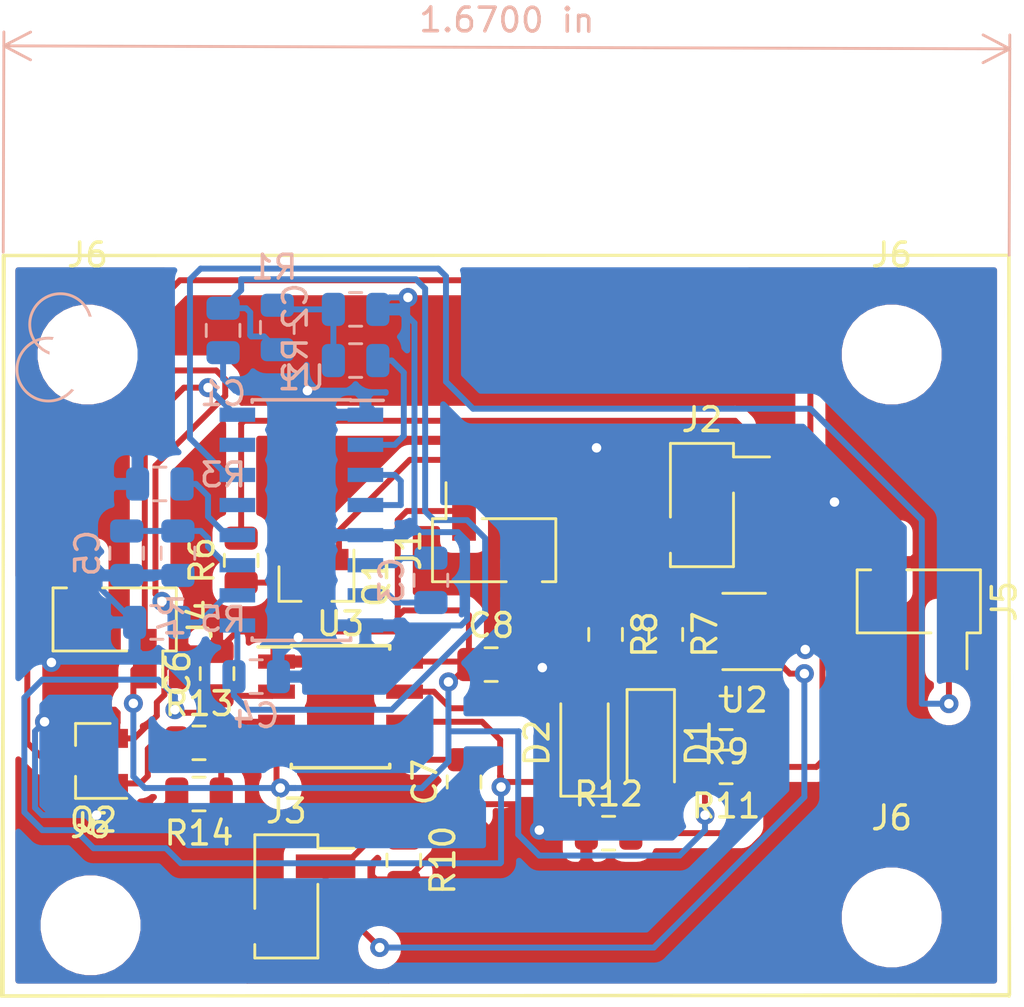
<source format=kicad_pcb>
(kicad_pcb (version 20171130) (host pcbnew "(5.1.0)-1")
  (layers (0 F.Cu signal) (31 B.Cu signal) (34 B.Paste user) (35 F.Paste user) (36 B.SilkS user) (37 F.SilkS user) (38 B.Mask user) (39 F.Mask user) (44 Edge.Cuts user))
  (net 0 "")
  (net 1 GND)
  (net 2 "Net-(C1-Pad1)")
  (net 3 "Net-(C2-Pad1)")
  (net 4 "Net-(C3-Pad2)")
  (net 5 "Net-(C3-Pad1)")
  (net 6 "Net-(C5-Pad1)")
  (net 7 "Net-(C6-Pad1)")
  (net 8 "Net-(C7-Pad2)")
  (net 9 "Net-(C8-Pad1)")
  (net 10 "Net-(D1-Pad1)")
  (net 11 "Net-(D2-Pad2)")
  (net 12 "Net-(J2-Pad1)")
  (net 13 "Net-(J3-Pad1)")
  (net 14 "Net-(J4-Pad2)")
  (net 15 "Net-(J5-Pad1)")
  (net 16 "Net-(Q1-Pad1)")
  (net 17 "Net-(Q1-Pad2)")
  (net 18 "Net-(Q2-Pad1)")
  (net 19 "Net-(R2-Pad1)")
  (net 20 "Net-(R3-Pad2)")
  (net 21 "Net-(R5-Pad2)")
  (net 22 "Net-(R11-Pad1)")
  (net 23 "Net-(R13-Pad2)")
  (net 24 "Net-(U1-Pad15)")
  (net 25 "Net-(U1-Pad13)")
  (net 26 "Net-(U1-Pad3)")
  (net 27 "Net-(J6-Pad1)")
  (module MountingHole:MountingHole_3.2mm_M3 (layer F.Cu) (at 139.827 87.249)
    (fp_text reference J6 (at 0 -4.2) (layer F.SilkS))
    (fp_text value Conn_01x01_Male)
    (pad 1 np_thru_hole circle (at 0 0) (size 3.2 3.2) (drill 3.2) (layers *.Cu *.Mask) (net 27 "Net-(J6-Pad1)"))
  )
  (module MountingHole:MountingHole_3.2mm_M3 (layer F.Cu) (at 139.827 63.5)
    (fp_text reference J6 (at 0 -4.2) (layer F.SilkS))
    (fp_text value Conn_01x01_Male)
    (pad "" np_thru_hole circle (at 0 0) (size 3.2 3.2) (drill 3.2) (layers *.Cu *.Mask))
  )
  (module MountingHole:MountingHole_3.2mm_M3 (layer F.Cu) (at 106.045 87.5792)
    (fp_text reference J6 (at 0 -4.2) (layer F.SilkS))
    (fp_text value Conn_01x01_Male)
    (pad 1 np_thru_hole circle (at 0 0) (size 3.2 3.2) (drill 3.2) (layers *.Cu *.Mask) (net 27 "Net-(J6-Pad1)"))
  )
  (module MountingHole:MountingHole_3.2mm_M3 (layer F.Cu) (at 105.918 63.5)
    (fp_text reference J6 (at 0 -4.2) (layer F.SilkS))
    (fp_text value Conn_01x01_Male)
    (pad 1 np_thru_hole circle (at 0 0) (size 3.2 3.2) (drill 3.2) (layers *.Cu *.Mask) (net 27 "Net-(J6-Pad1)"))
  )
  (module Package_TO_SOT_SMD:SOT-23 (layer F.Cu) (at 115.57 73.152 270)
    (fp_text reference Q1 (at 0 -2.5 270) (layer F.SilkS))
    (fp_text value BC327)
    (pad 3 smd rect (at 1 0 270) (size 0.9 0.8) (layers F.Cu F.Paste F.Mask) (net 9 "Net-(C8-Pad1)"))
    (pad 2 smd rect (at -1 0.95 270) (size 0.9 0.8) (layers F.Cu F.Paste F.Mask) (net 17 "Net-(Q1-Pad2)"))
    (pad 1 smd rect (at -1 -0.95 270) (size 0.9 0.8) (layers F.Cu F.Paste F.Mask) (net 16 "Net-(Q1-Pad1)"))
  )
  (module Diode_SMD:D_SOD-123 (layer F.Cu) (at 126.873 79.883 90)
    (fp_text reference D2 (at 0 -2 90) (layer F.SilkS))
    (fp_text value D)
    (pad 2 smd rect (at 1.65 0 90) (size 0.9 1.2) (layers F.Cu F.Paste F.Mask) (net 11 "Net-(D2-Pad2)"))
    (pad 1 smd rect (at -1.65 0 90) (size 0.9 1.2) (layers F.Cu F.Paste F.Mask) (net 7 "Net-(C6-Pad1)"))
  )
  (module Diode_SMD:D_SOD-123 (layer F.Cu) (at 129.667 79.883 270)
    (fp_text reference D1 (at 0 -2 270) (layer F.SilkS))
    (fp_text value D)
    (pad 2 smd rect (at 1.65 0 270) (size 0.9 1.2) (layers F.Cu F.Paste F.Mask) (net 7 "Net-(C6-Pad1)"))
    (pad 1 smd rect (at -1.65 0 270) (size 0.9 1.2) (layers F.Cu F.Paste F.Mask) (net 10 "Net-(D1-Pad1)"))
  )
  (module Package_SO:SOIC-16_3.9x9.9mm_P1.27mm (layer B.Cu) (at 114.935 70.485 180)
    (fp_text reference U1 (at 0 6 180) (layer B.SilkS) (effects (justify mirror)))
    (fp_text value 4046)
    (pad 1 smd rect (at -2.7 4.445 180) (size 1.5 0.6) (layers B.Cu B.Paste B.Mask) (net 1 GND))
    (pad 2 smd rect (at -2.7 3.175 180) (size 1.5 0.6) (layers B.Cu B.Paste B.Mask) (net 19 "Net-(R2-Pad1)"))
    (pad 3 smd rect (at -2.7 1.905 180) (size 1.5 0.6) (layers B.Cu B.Paste B.Mask) (net 26 "Net-(U1-Pad3)"))
    (pad 4 smd rect (at -2.7 0.635 180) (size 1.5 0.6) (layers B.Cu B.Paste B.Mask) (net 26 "Net-(U1-Pad3)"))
    (pad 5 smd rect (at -2.7 -0.635 180) (size 1.5 0.6) (layers B.Cu B.Paste B.Mask) (net 1 GND))
    (pad 6 smd rect (at -2.7 -1.905 180) (size 1.5 0.6) (layers B.Cu B.Paste B.Mask) (net 5 "Net-(C3-Pad1)"))
    (pad 7 smd rect (at -2.7 -3.175 180) (size 1.5 0.6) (layers B.Cu B.Paste B.Mask) (net 4 "Net-(C3-Pad2)"))
    (pad 8 smd rect (at -2.7 -4.445 180) (size 1.5 0.6) (layers B.Cu B.Paste B.Mask) (net 1 GND))
    (pad 9 smd rect (at 2.7 -4.445 180) (size 1.5 0.6) (layers B.Cu B.Paste B.Mask) (net 2 "Net-(C1-Pad1)"))
    (pad 10 smd rect (at 2.7 -3.175 180) (size 1.5 0.6) (layers B.Cu B.Paste B.Mask) (net 21 "Net-(R5-Pad2)"))
    (pad 11 smd rect (at 2.7 -1.905 180) (size 1.5 0.6) (layers B.Cu B.Paste B.Mask) (net 6 "Net-(C5-Pad1)"))
    (pad 12 smd rect (at 2.7 -0.635 180) (size 1.5 0.6) (layers B.Cu B.Paste B.Mask) (net 20 "Net-(R3-Pad2)"))
    (pad 13 smd rect (at 2.7 0.635 180) (size 1.5 0.6) (layers B.Cu B.Paste B.Mask) (net 25 "Net-(U1-Pad13)"))
    (pad 14 smd rect (at 2.7 1.905 180) (size 1.5 0.6) (layers B.Cu B.Paste B.Mask) (net 15 "Net-(J5-Pad1)"))
    (pad 15 smd rect (at 2.7 3.175 180) (size 1.5 0.6) (layers B.Cu B.Paste B.Mask) (net 24 "Net-(U1-Pad15)"))
    (pad 16 smd rect (at 2.7 4.445 180) (size 1.5 0.6) (layers B.Cu B.Paste B.Mask) (net 9 "Net-(C8-Pad1)"))
  )
  (module Connector_PinHeader_2.54mm:PinHeader_1x02_P2.54mm_Vertical_SMD_Pin1Right (layer F.Cu) (at 140.97 73.914 270)
    (fp_text reference J5 (at 0 -3.6 270) (layer F.SilkS))
    (fp_text value T)
    (pad 1 smd rect (at 1.655 -1.27 270) (size 2.51 1) (layers F.Cu F.Paste F.Mask) (net 15 "Net-(J5-Pad1)"))
    (pad 2 smd rect (at -1.655 1.27 270) (size 2.51 1) (layers F.Cu F.Paste F.Mask) (net 1 GND))
  )
  (module Connector_PinHeader_2.54mm:PinHeader_1x02_P2.54mm_Vertical_SMD_Pin1Right (layer F.Cu) (at 107.061 74.676 270)
    (fp_text reference J4 (at 0 -3.6 270) (layer F.SilkS))
    (fp_text value T)
    (pad 1 smd rect (at 1.655 -1.27 270) (size 2.51 1) (layers F.Cu F.Paste F.Mask) (net 9 "Net-(C8-Pad1)"))
    (pad 2 smd rect (at -1.655 1.27 270) (size 2.51 1) (layers F.Cu F.Paste F.Mask) (net 14 "Net-(J4-Pad2)"))
  )
  (module Connector_PinHeader_2.54mm:PinHeader_1x02_P2.54mm_Vertical_SMD_Pin1Right (layer F.Cu) (at 114.3 86.36)
    (fp_text reference J3 (at 0 -3.6) (layer F.SilkS))
    (fp_text value T)
    (pad 1 smd rect (at 1.655 -1.27) (size 2.51 1) (layers F.Cu F.Paste F.Mask) (net 13 "Net-(J3-Pad1)"))
    (pad 2 smd rect (at -1.655 1.27) (size 2.51 1) (layers F.Cu F.Paste F.Mask) (net 1 GND))
  )
  (module Connector_PinHeader_2.54mm:PinHeader_1x02_P2.54mm_Vertical_SMD_Pin1Right (layer F.Cu) (at 131.826 69.85)
    (fp_text reference J2 (at 0 -3.6) (layer F.SilkS))
    (fp_text value T)
    (pad 1 smd rect (at 1.655 -1.27) (size 2.51 1) (layers F.Cu F.Paste F.Mask) (net 12 "Net-(J2-Pad1)"))
    (pad 2 smd rect (at -1.655 1.27) (size 2.51 1) (layers F.Cu F.Paste F.Mask) (net 1 GND))
  )
  (module Connector_PinHeader_2.54mm:PinHeader_1x02_P2.54mm_Vertical_SMD_Pin1Right (layer F.Cu) (at 123.063 71.755 90)
    (fp_text reference J1 (at 0 -3.6 90) (layer F.SilkS))
    (fp_text value T)
    (pad 1 smd rect (at 1.655 -1.27 90) (size 2.51 1) (layers F.Cu F.Paste F.Mask) (net 9 "Net-(C8-Pad1)"))
    (pad 2 smd rect (at -1.655 1.27 90) (size 2.51 1) (layers F.Cu F.Paste F.Mask) (net 1 GND))
  )
  (module Package_SO:SOIC-8_3.9x4.9mm_P1.27mm (layer F.Cu) (at 116.586 78.359)
    (fp_text reference U3 (at 0 -3.5) (layer F.SilkS))
    (fp_text value NE555)
    (pad 8 smd rect (at 2.7 -1.905) (size 1.55 0.6) (layers F.Cu F.Paste F.Mask) (net 9 "Net-(C8-Pad1)"))
    (pad 7 smd rect (at 2.7 -0.635) (size 1.55 0.6) (layers F.Cu F.Paste F.Mask) (net 11 "Net-(D2-Pad2)"))
    (pad 6 smd rect (at 2.7 0.635) (size 1.55 0.6) (layers F.Cu F.Paste F.Mask) (net 7 "Net-(C6-Pad1)"))
    (pad 5 smd rect (at 2.7 1.905) (size 1.55 0.6) (layers F.Cu F.Paste F.Mask) (net 8 "Net-(C7-Pad2)"))
    (pad 4 smd rect (at -2.7 1.905) (size 1.55 0.6) (layers F.Cu F.Paste F.Mask) (net 9 "Net-(C8-Pad1)"))
    (pad 3 smd rect (at -2.7 0.635) (size 1.55 0.6) (layers F.Cu F.Paste F.Mask) (net 23 "Net-(R13-Pad2)"))
    (pad 2 smd rect (at -2.7 -0.635) (size 1.55 0.6) (layers F.Cu F.Paste F.Mask) (net 7 "Net-(C6-Pad1)"))
    (pad 1 smd rect (at -2.7 -1.905) (size 1.55 0.6) (layers F.Cu F.Paste F.Mask) (net 1 GND))
  )
  (module Package_TO_SOT_SMD:SOT-23-5 (layer F.Cu) (at 133.604 75.184 180)
    (fp_text reference U2 (at 0 -2.9 180) (layer F.SilkS))
    (fp_text value TS881xLx)
    (pad 5 smd rect (at 1.1 -0.95 180) (size 1.06 0.65) (layers F.Cu F.Paste F.Mask) (net 9 "Net-(C8-Pad1)"))
    (pad 4 smd rect (at 1.1 0.95 180) (size 1.06 0.65) (layers F.Cu F.Paste F.Mask) (net 21 "Net-(R5-Pad2)"))
    (pad 3 smd rect (at -1.1 0.95 180) (size 1.06 0.65) (layers F.Cu F.Paste F.Mask) (net 22 "Net-(R11-Pad1)"))
    (pad 2 smd rect (at -1.1 0 180) (size 1.06 0.65) (layers F.Cu F.Paste F.Mask) (net 1 GND))
    (pad 1 smd rect (at -1.1 -0.95 180) (size 1.06 0.65) (layers F.Cu F.Paste F.Mask) (net 13 "Net-(J3-Pad1)"))
  )
  (module Resistor_SMD:R_0805_2012Metric (layer F.Cu) (at 110.617 82.042 180)
    (fp_text reference R14 (at 0 -1.65 180) (layer F.SilkS))
    (fp_text value 100K)
    (pad 2 smd roundrect (at 0.9375 0 180) (size 0.975 1.4) (layers F.Cu F.Paste F.Mask) (net 1 GND))
    (pad 1 smd roundrect (at -0.9375 0 180) (size 0.975 1.4) (layers F.Cu F.Paste F.Mask) (net 23 "Net-(R13-Pad2)"))
  )
  (module Resistor_SMD:R_0805_2012Metric (layer F.Cu) (at 110.617 79.883)
    (fp_text reference R13 (at 0 -1.65) (layer F.SilkS))
    (fp_text value 20)
    (pad 2 smd roundrect (at 0.9375 0) (size 0.975 1.4) (layers F.Cu F.Paste F.Mask) (net 23 "Net-(R13-Pad2)"))
    (pad 1 smd roundrect (at -0.9375 0) (size 0.975 1.4) (layers F.Cu F.Paste F.Mask) (net 18 "Net-(Q2-Pad1)"))
  )
  (module Resistor_SMD:R_0805_2012Metric (layer F.Cu) (at 127.889 83.693)
    (fp_text reference R12 (at 0 -1.65) (layer F.SilkS))
    (fp_text value 12.3K)
    (pad 2 smd roundrect (at 0.9375 0) (size 0.975 1.4) (layers F.Cu F.Paste F.Mask) (net 22 "Net-(R11-Pad1)"))
    (pad 1 smd roundrect (at -0.9375 0) (size 0.975 1.4) (layers F.Cu F.Paste F.Mask) (net 1 GND))
  )
  (module Resistor_SMD:R_0805_2012Metric (layer F.Cu) (at 132.842 80.899 180)
    (fp_text reference R11 (at 0 -1.65 180) (layer F.SilkS))
    (fp_text value 85.3K)
    (pad 2 smd roundrect (at 0.9375 0 180) (size 0.975 1.4) (layers F.Cu F.Paste F.Mask) (net 9 "Net-(C8-Pad1)"))
    (pad 1 smd roundrect (at -0.9375 0 180) (size 0.975 1.4) (layers F.Cu F.Paste F.Mask) (net 22 "Net-(R11-Pad1)"))
  )
  (module Resistor_SMD:R_0805_2012Metric (layer F.Cu) (at 119.253 84.836 270)
    (fp_text reference R10 (at 0 -1.65 270) (layer F.SilkS))
    (fp_text value 560)
    (pad 2 smd roundrect (at 0.9375 0 270) (size 0.975 1.4) (layers F.Cu F.Paste F.Mask) (net 1 GND))
    (pad 1 smd roundrect (at -0.9375 0 270) (size 0.975 1.4) (layers F.Cu F.Paste F.Mask) (net 13 "Net-(J3-Pad1)"))
  )
  (module Resistor_SMD:R_0805_2012Metric (layer F.Cu) (at 132.842 78.613 180)
    (fp_text reference R9 (at 0 -1.65 180) (layer F.SilkS))
    (fp_text value 1.8K)
    (pad 2 smd roundrect (at 0.9375 0 180) (size 0.975 1.4) (layers F.Cu F.Paste F.Mask) (net 11 "Net-(D2-Pad2)"))
    (pad 1 smd roundrect (at -0.9375 0 180) (size 0.975 1.4) (layers F.Cu F.Paste F.Mask) (net 9 "Net-(C8-Pad1)"))
  )
  (module Resistor_SMD:R_0805_2012Metric (layer F.Cu) (at 127.762 75.311 270)
    (fp_text reference R8 (at 0 -1.65 270) (layer F.SilkS))
    (fp_text value 1K)
    (pad 2 smd roundrect (at 0.9375 0 270) (size 0.975 1.4) (layers F.Cu F.Paste F.Mask) (net 10 "Net-(D1-Pad1)"))
    (pad 1 smd roundrect (at -0.9375 0 270) (size 0.975 1.4) (layers F.Cu F.Paste F.Mask) (net 11 "Net-(D2-Pad2)"))
  )
  (module Resistor_SMD:R_0805_2012Metric (layer F.Cu) (at 130.302 75.311 270)
    (fp_text reference R7 (at 0 -1.65 270) (layer F.SilkS))
    (fp_text value 2K)
    (pad 2 smd roundrect (at 0.9375 0 270) (size 0.975 1.4) (layers F.Cu F.Paste F.Mask) (net 11 "Net-(D2-Pad2)"))
    (pad 1 smd roundrect (at -0.9375 0 270) (size 0.975 1.4) (layers F.Cu F.Paste F.Mask) (net 16 "Net-(Q1-Pad1)"))
  )
  (module Resistor_SMD:R_0805_2012Metric (layer F.Cu) (at 112.395 72.1845 90)
    (fp_text reference R6 (at 0 -1.65 90) (layer F.SilkS))
    (fp_text value R)
    (pad 2 smd roundrect (at 0.9375 0 90) (size 0.975 1.4) (layers F.Cu F.Paste F.Mask) (net 12 "Net-(J2-Pad1)"))
    (pad 1 smd roundrect (at -0.9375 0 90) (size 0.975 1.4) (layers F.Cu F.Paste F.Mask) (net 17 "Net-(Q1-Pad2)"))
  )
  (module Resistor_SMD:R_0805_2012Metric (layer B.Cu) (at 108.839 74.803)
    (fp_text reference R5 (at 2.794 -0.127) (layer B.SilkS) (effects (justify mirror)))
    (fp_text value 560)
    (pad 1 smd roundrect (at -0.9375 0) (size 0.975 1.4) (layers B.Cu B.Paste B.Mask) (net 1 GND))
    (pad 2 smd roundrect (at 0.9375 0) (size 0.975 1.4) (layers B.Cu B.Paste B.Mask) (net 21 "Net-(R5-Pad2)"))
  )
  (module Resistor_SMD:R_0805_2012Metric (layer B.Cu) (at 109.728 71.882 90)
    (fp_text reference R4 (at -2.667 -0.254 90) (layer B.SilkS) (effects (justify mirror)))
    (fp_text value 15K)
    (pad 1 smd roundrect (at -0.9375 0 90) (size 0.975 1.4) (layers B.Cu B.Paste B.Mask) (net 1 GND))
    (pad 2 smd roundrect (at 0.9375 0 90) (size 0.975 1.4) (layers B.Cu B.Paste B.Mask) (net 6 "Net-(C5-Pad1)"))
  )
  (module Resistor_SMD:R_0805_2012Metric (layer B.Cu) (at 108.966 68.961)
    (fp_text reference R3 (at 2.667 -0.381) (layer B.SilkS) (effects (justify mirror)))
    (fp_text value 15K)
    (pad 1 smd roundrect (at -0.9375 0) (size 0.975 1.4) (layers B.Cu B.Paste B.Mask) (net 1 GND))
    (pad 2 smd roundrect (at 0.9375 0) (size 0.975 1.4) (layers B.Cu B.Paste B.Mask) (net 20 "Net-(R3-Pad2)"))
  )
  (module Resistor_SMD:R_0805_2012Metric (layer B.Cu) (at 117.221 63.754 180)
    (fp_text reference R2 (at 2.54 0 90) (layer B.SilkS) (effects (justify mirror)))
    (fp_text value 1K)
    (pad 1 smd roundrect (at -0.9375 0 180) (size 0.975 1.4) (layers B.Cu B.Paste B.Mask) (net 19 "Net-(R2-Pad1)"))
    (pad 2 smd roundrect (at 0.9375 0 180) (size 0.975 1.4) (layers B.Cu B.Paste B.Mask) (net 3 "Net-(C2-Pad1)"))
  )
  (module Resistor_SMD:R_0805_2012Metric (layer B.Cu) (at 113.919 62.357 90)
    (fp_text reference R1 (at 2.54 -0.127) (layer B.SilkS) (effects (justify mirror)))
    (fp_text value 1K)
    (pad 1 smd roundrect (at -0.9375 0 90) (size 0.975 1.4) (layers B.Cu B.Paste B.Mask) (net 2 "Net-(C1-Pad1)"))
    (pad 2 smd roundrect (at 0.9375 0 90) (size 0.975 1.4) (layers B.Cu B.Paste B.Mask) (net 3 "Net-(C2-Pad1)"))
  )
  (module Package_TO_SOT_SMD:SOT-23 (layer F.Cu) (at 106.172 80.645 180)
    (fp_text reference Q2 (at 0 -2.5 180) (layer F.SilkS))
    (fp_text value 2N7002E)
    (pad 3 smd rect (at 1 0 180) (size 0.9 0.8) (layers F.Cu F.Paste F.Mask) (net 14 "Net-(J4-Pad2)"))
    (pad 2 smd rect (at -1 0.95 180) (size 0.9 0.8) (layers F.Cu F.Paste F.Mask) (net 1 GND))
    (pad 1 smd rect (at -1 -0.95 180) (size 0.9 0.8) (layers F.Cu F.Paste F.Mask) (net 18 "Net-(Q2-Pad1)"))
  )
  (module Capacitor_SMD:C_0805_2012Metric (layer F.Cu) (at 122.936 76.581)
    (fp_text reference C8 (at 0 -1.65) (layer F.SilkS))
    (fp_text value 2200uF)
    (pad 2 smd roundrect (at 0.9375 0) (size 0.975 1.4) (layers F.Cu F.Paste F.Mask) (net 1 GND))
    (pad 1 smd roundrect (at -0.9375 0) (size 0.975 1.4) (layers F.Cu F.Paste F.Mask) (net 9 "Net-(C8-Pad1)"))
  )
  (module Capacitor_SMD:C_0805_2012Metric (layer F.Cu) (at 121.793 81.534 90)
    (fp_text reference C7 (at 0 -1.65 90) (layer F.SilkS))
    (fp_text value 1nF)
    (pad 2 smd roundrect (at 0.9375 0 90) (size 0.975 1.4) (layers F.Cu F.Paste F.Mask) (net 8 "Net-(C7-Pad2)"))
    (pad 1 smd roundrect (at -0.9375 0 90) (size 0.975 1.4) (layers F.Cu F.Paste F.Mask) (net 1 GND))
  )
  (module Capacitor_SMD:C_0805_2012Metric (layer F.Cu) (at 111.379 76.962 90)
    (fp_text reference C6 (at 0 -1.65 90) (layer F.SilkS))
    (fp_text value 15nF)
    (pad 2 smd roundrect (at 0.9375 0 90) (size 0.975 1.4) (layers F.Cu F.Paste F.Mask) (net 1 GND))
    (pad 1 smd roundrect (at -0.9375 0 90) (size 0.975 1.4) (layers F.Cu F.Paste F.Mask) (net 7 "Net-(C6-Pad1)"))
  )
  (module Capacitor_SMD:C_0805_2012Metric (layer B.Cu) (at 107.569 71.882 270)
    (fp_text reference C5 (at 0 1.65 270) (layer B.SilkS) (effects (justify mirror)))
    (fp_text value 2.2nF)
    (pad 1 smd roundrect (at -0.9375 0 270) (size 0.975 1.4) (layers B.Cu B.Paste B.Mask) (net 6 "Net-(C5-Pad1)"))
    (pad 2 smd roundrect (at 0.9375 0 270) (size 0.975 1.4) (layers B.Cu B.Paste B.Mask) (net 1 GND))
  )
  (module Capacitor_SMD:C_0805_2012Metric (layer B.Cu) (at 113.03 77.089)
    (fp_text reference C4 (at 0 1.65) (layer B.SilkS) (effects (justify mirror)))
    (fp_text value 4.7nF)
    (pad 1 smd roundrect (at -0.9375 0) (size 0.975 1.4) (layers B.Cu B.Paste B.Mask) (net 2 "Net-(C1-Pad1)"))
    (pad 2 smd roundrect (at 0.9375 0) (size 0.975 1.4) (layers B.Cu B.Paste B.Mask) (net 1 GND))
  )
  (module Capacitor_SMD:C_0805_2012Metric (layer B.Cu) (at 120.396 73.025 270)
    (fp_text reference C3 (at 0 1.65 270) (layer B.SilkS) (effects (justify mirror)))
    (fp_text value 22nF)
    (pad 1 smd roundrect (at -0.9375 0 270) (size 0.975 1.4) (layers B.Cu B.Paste B.Mask) (net 5 "Net-(C3-Pad1)"))
    (pad 2 smd roundrect (at 0.9375 0 270) (size 0.975 1.4) (layers B.Cu B.Paste B.Mask) (net 4 "Net-(C3-Pad2)"))
  )
  (module Capacitor_SMD:C_0805_2012Metric (layer B.Cu) (at 117.221 61.595)
    (fp_text reference C2 (at -2.54 -0.127 -90) (layer B.SilkS) (effects (justify mirror)))
    (fp_text value 10nF)
    (pad 1 smd roundrect (at -0.9375 0) (size 0.975 1.4) (layers B.Cu B.Paste B.Mask) (net 3 "Net-(C2-Pad1)"))
    (pad 2 smd roundrect (at 0.9375 0) (size 0.975 1.4) (layers B.Cu B.Paste B.Mask) (net 1 GND))
  )
  (module Capacitor_SMD:C_0805_2012Metric (layer B.Cu) (at 111.633 62.484 270)
    (fp_text reference C1 (at 2.667 0 180) (layer B.SilkS) (effects (justify mirror)))
    (fp_text value 100nF)
    (pad 1 smd roundrect (at -0.9375 0 270) (size 0.975 1.4) (layers B.Cu B.Paste B.Mask) (net 2 "Net-(C1-Pad1)"))
    (pad 2 smd roundrect (at 0.9375 0 270) (size 0.975 1.4) (layers B.Cu B.Paste B.Mask) (net 1 GND))
  )
  (gr_line (start 102.362 90.551) (end 102.362 59.309) (layer Edge.Cuts) (width 0.005))
  (gr_line (start 144.78 90.551) (end 102.362 90.551) (layer Edge.Cuts) (width 0.005))
  (gr_line (start 144.78 59.309) (end 144.78 90.551) (layer Edge.Cuts) (width 0.005))
  (gr_line (start 102.362 59.309) (end 144.78 59.309) (layer Edge.Cuts) (width 0.005))
  (gr_line (start 102.362 90.551) (end 102.362 59.309) (layer F.SilkS) (width 0.12))
  (gr_line (start 144.78 90.551) (end 102.362 90.551) (layer F.SilkS) (width 0.12))
  (gr_line (start 144.78 59.309) (end 144.78 90.551) (layer F.SilkS) (width 0.12))
  (gr_line (start 102.4128 59.3344) (end 102.362 59.309) (layer F.SilkS) (width 0.12))
  (gr_line (start 102.2858 90.5764) (end 102.4128 59.3344) (layer F.SilkS) (width 0.12))
  (gr_line (start 144.8054 90.5002) (end 102.2858 90.5764) (layer F.SilkS) (width 0.12))
  (gr_line (start 144.7546 59.3344) (end 144.8054 90.5002) (layer F.SilkS) (width 0.12))
  (gr_line (start 144.7546 59.309) (end 144.7546 59.3344) (layer F.SilkS) (width 0.12))
  (gr_line (start 102.3874 59.309) (end 144.7546 59.309) (layer F.SilkS) (width 0.12))
  (gr_line (start 102.3874 59.3344) (end 102.3874 59.309) (layer F.SilkS) (width 0.12))
  (gr_line (start 102.362 90.551) (end 102.362 59.309) (layer F.SilkS) (width 0.12))
  (gr_line (start 144.78 90.551) (end 102.362 90.551) (layer F.SilkS) (width 0.12))
  (gr_line (start 144.78 90.5764) (end 144.78 90.551) (layer F.SilkS) (width 0.12))
  (gr_line (start 144.78 59.309) (end 144.78 90.5764) (layer F.SilkS) (width 0.12))
  (gr_line (start 102.3874 59.3344) (end 144.78 59.309) (layer F.SilkS) (width 0.12))
  (gr_circle (center 105.156 62.738) (end 105.283 63.119) (layer B.SilkS) (width 0.12))
  (gr_circle (center 104.267 64.135) (end 104.648 62.865) (layer B.SilkS) (width 0.12))
  (gr_circle (center 104.775 62.23) (end 106.045 62.484) (layer B.SilkS) (width 0.12))
  (dimension 42.41819 (width 0.12) (layer B.SilkS) (gr_text "42.418 mm" (at 123.600863 49.271141 359.8284563) (layer B.SilkS) (effects (font (size 1 1) (thickness 0.15)))) (feature1 (pts (xy 144.78 59.309) (xy 144.807817 50.018217))) (feature2 (pts (xy 102.362 59.182) (xy 102.389817 49.891217))) (crossbar (pts (xy 102.388061 50.477635) (xy 144.806061 50.604635))) (arrow1a (pts (xy 144.806061 50.604635) (xy 143.677807 51.18768))) (arrow1b (pts (xy 144.806061 50.604635) (xy 143.681318 50.014844))) (arrow2a (pts (xy 102.388061 50.477635) (xy 103.512804 51.067426))) (arrow2b (pts (xy 102.388061 50.477635) (xy 103.516315 49.89459))))
  (segment (start 109.6495 72.898) (end 109.728 72.8195) (width 0.25) (layer B.Cu) (net 1))
  (segment (start 112.645 89.912) (end 112.645 87.63) (width 0.25) (layer F.Cu) (net 1))
  (segment (start 112.649 89.916) (end 112.645 89.912) (width 0.25) (layer F.Cu) (net 1))
  (segment (start 118.618 89.916) (end 112.649 89.916) (width 0.25) (layer F.Cu) (net 1))
  (segment (start 119.253 85.7735) (end 119.253 89.281) (width 0.25) (layer F.Cu) (net 1))
  (segment (start 119.253 89.281) (end 118.618 89.916) (width 0.25) (layer F.Cu) (net 1))
  (segment (start 111.89 87.63) (end 112.645 87.63) (width 0.25) (layer F.Cu) (net 1))
  (segment (start 110.49 86.23) (end 111.89 87.63) (width 0.25) (layer F.Cu) (net 1))
  (segment (start 110.49 83.693) (end 110.49 86.23) (width 0.25) (layer F.Cu) (net 1))
  (segment (start 109.6795 82.8825) (end 110.49 83.693) (width 0.25) (layer F.Cu) (net 1))
  (segment (start 109.6795 82.042) (end 109.6795 82.8825) (width 0.25) (layer F.Cu) (net 1))
  (segment (start 111.379 76.0245) (end 112.2195 75.184) (width 0.25) (layer F.Cu) (net 1))
  (segment (start 112.2195 75.184) (end 113.411 75.184) (width 0.25) (layer F.Cu) (net 1))
  (segment (start 113.886 75.659) (end 113.886 76.454) (width 0.25) (layer F.Cu) (net 1))
  (segment (start 117.9045 65.7705) (end 117.635 66.04) (width 0.25) (layer B.Cu) (net 1))
  (segment (start 118.635 71.12) (end 118.762 70.993) (width 0.25) (layer B.Cu) (net 1))
  (segment (start 121.539 70.993) (end 121.92 71.374) (width 0.25) (layer B.Cu) (net 1))
  (segment (start 121.92 71.374) (end 121.92 74.676) (width 0.25) (layer B.Cu) (net 1))
  (segment (start 121.666 74.93) (end 117.635 74.93) (width 0.25) (layer B.Cu) (net 1))
  (segment (start 117.635 71.12) (end 118.635 71.12) (width 0.25) (layer B.Cu) (net 1))
  (segment (start 121.92 74.676) (end 121.666 74.93) (width 0.25) (layer B.Cu) (net 1))
  (segment (start 109.728 72.8195) (end 107.569 72.8195) (width 0.25) (layer B.Cu) (net 1))
  (segment (start 107.569 72.8195) (end 106.6315 72.8195) (width 0.25) (layer B.Cu) (net 1))
  (segment (start 106.6315 72.8195) (end 106.426 73.025) (width 0.25) (layer B.Cu) (net 1))
  (segment (start 106.426 73.3275) (end 107.9015 74.803) (width 0.25) (layer B.Cu) (net 1))
  (segment (start 106.426 73.025) (end 106.426 73.3275) (width 0.25) (layer B.Cu) (net 1))
  (segment (start 106.6315 72.7225) (end 106.6315 72.8195) (width 0.25) (layer B.Cu) (net 1))
  (segment (start 106.172 72.263) (end 106.6315 72.7225) (width 0.25) (layer B.Cu) (net 1))
  (segment (start 106.172 69.469) (end 106.172 72.263) (width 0.25) (layer B.Cu) (net 1))
  (segment (start 108.0285 68.961) (end 106.68 68.961) (width 0.25) (layer B.Cu) (net 1))
  (segment (start 106.68 68.961) (end 106.172 69.469) (width 0.25) (layer B.Cu) (net 1))
  (segment (start 117.635 75.48) (end 117.983 75.828) (width 0.25) (layer B.Cu) (net 1))
  (segment (start 117.635 74.93) (end 117.635 75.48) (width 0.25) (layer B.Cu) (net 1))
  (segment (start 117.983 75.828) (end 117.983 76.835) (width 0.25) (layer B.Cu) (net 1))
  (segment (start 117.983 76.835) (end 117.729 77.089) (width 0.25) (layer B.Cu) (net 1))
  (segment (start 120.777 70.993) (end 121.539 70.993) (width 0.25) (layer B.Cu) (net 1))
  (segment (start 119.70301 70.92399) (end 119.634 70.993) (width 0.25) (layer B.Cu) (net 1))
  (segment (start 119.70301 62.17201) (end 119.70301 70.92399) (width 0.25) (layer B.Cu) (net 1))
  (segment (start 119.126 61.595) (end 119.70301 62.17201) (width 0.25) (layer B.Cu) (net 1))
  (segment (start 118.1585 61.595) (end 119.126 61.595) (width 0.25) (layer B.Cu) (net 1))
  (segment (start 118.762 70.993) (end 119.634 70.993) (width 0.25) (layer B.Cu) (net 1))
  (segment (start 119.634 70.993) (end 120.777 70.993) (width 0.25) (layer B.Cu) (net 1))
  (segment (start 117.635 65.49) (end 117.169 65.024) (width 0.25) (layer B.Cu) (net 1))
  (segment (start 117.635 66.04) (end 117.635 65.49) (width 0.25) (layer B.Cu) (net 1))
  (via (at 115.189 65.024) (size 0.8) (drill 0.4) (layers F.Cu B.Cu) (net 1))
  (segment (start 117.169 65.024) (end 115.189 65.024) (width 0.25) (layer B.Cu) (net 1))
  (segment (start 115.189 64.458315) (end 115.893315 63.754) (width 0.25) (layer F.Cu) (net 1))
  (segment (start 115.189 65.024) (end 115.189 64.458315) (width 0.25) (layer F.Cu) (net 1))
  (segment (start 115.893315 63.754) (end 118.999 63.754) (width 0.25) (layer F.Cu) (net 1))
  (segment (start 118.999 63.754) (end 119.507 63.246) (width 0.25) (layer F.Cu) (net 1))
  (via (at 119.42802 61.091653) (size 0.8) (drill 0.4) (layers F.Cu B.Cu) (net 1))
  (segment (start 119.507 63.246) (end 119.507 61.170633) (width 0.25) (layer F.Cu) (net 1))
  (segment (start 119.507 61.170633) (end 119.42802 61.091653) (width 0.25) (layer F.Cu) (net 1))
  (segment (start 118.661847 61.091653) (end 118.1585 61.595) (width 0.25) (layer B.Cu) (net 1))
  (segment (start 119.42802 61.091653) (end 118.661847 61.091653) (width 0.25) (layer B.Cu) (net 1))
  (segment (start 107.172 79.045) (end 107.188 79.029) (width 0.25) (layer F.Cu) (net 1))
  (segment (start 107.172 79.695) (end 107.172 79.045) (width 0.25) (layer F.Cu) (net 1))
  (segment (start 107.188 79.029) (end 107.188 78.613) (width 0.25) (layer F.Cu) (net 1))
  (segment (start 107.188 78.613) (end 107.061 78.486) (width 0.25) (layer F.Cu) (net 1))
  (via (at 104.103 78.994) (size 0.8) (drill 0.4) (layers F.Cu B.Cu) (net 1))
  (segment (start 104.394 78.486) (end 104.103 78.777) (width 0.25) (layer F.Cu) (net 1))
  (segment (start 104.103 78.777) (end 104.103 78.994) (width 0.25) (layer F.Cu) (net 1))
  (segment (start 103.703001 79.393999) (end 103.703001 82.621001) (width 0.25) (layer B.Cu) (net 1))
  (segment (start 104.103 78.994) (end 103.703001 79.393999) (width 0.25) (layer B.Cu) (net 1))
  (via (at 106.299 82.931) (size 0.8) (drill 0.4) (layers F.Cu B.Cu) (net 1))
  (segment (start 103.703001 82.621001) (end 104.013 82.931) (width 0.25) (layer B.Cu) (net 1))
  (segment (start 104.013 82.931) (end 106.299 82.931) (width 0.25) (layer B.Cu) (net 1))
  (segment (start 108.7905 82.931) (end 109.6795 82.042) (width 0.25) (layer F.Cu) (net 1))
  (segment (start 106.299 82.931) (end 108.7905 82.931) (width 0.25) (layer F.Cu) (net 1))
  (segment (start 121.793 83.2335) (end 119.253 85.7735) (width 0.25) (layer F.Cu) (net 1))
  (segment (start 121.793 82.4715) (end 121.793 83.2335) (width 0.25) (layer F.Cu) (net 1))
  (segment (start 125.73 82.4715) (end 126.9515 83.693) (width 0.25) (layer F.Cu) (net 1))
  (segment (start 121.793 82.4715) (end 125.73 82.4715) (width 0.25) (layer F.Cu) (net 1))
  (segment (start 123.8735 76.581) (end 124.968 76.581) (width 0.25) (layer F.Cu) (net 1))
  (via (at 125.095 76.708) (size 0.8) (drill 0.4) (layers F.Cu B.Cu) (net 1))
  (segment (start 124.968 76.581) (end 125.095 76.708) (width 0.25) (layer F.Cu) (net 1))
  (via (at 124.968 83.566) (size 0.8) (drill 0.4) (layers F.Cu B.Cu) (net 1))
  (segment (start 125.095 83.312) (end 124.968 83.439) (width 0.25) (layer B.Cu) (net 1))
  (segment (start 124.968 83.439) (end 124.968 83.566) (width 0.25) (layer B.Cu) (net 1))
  (segment (start 122.8875 83.566) (end 121.793 82.4715) (width 0.25) (layer F.Cu) (net 1))
  (segment (start 124.968 83.566) (end 122.8875 83.566) (width 0.25) (layer F.Cu) (net 1))
  (segment (start 123.8735 76.581) (end 122.809 75.5165) (width 0.25) (layer F.Cu) (net 1))
  (segment (start 122.809 75.5165) (end 122.809 74.041) (width 0.25) (layer F.Cu) (net 1))
  (segment (start 123.44 73.41) (end 124.333 73.41) (width 0.25) (layer F.Cu) (net 1))
  (segment (start 122.809 74.041) (end 123.44 73.41) (width 0.25) (layer F.Cu) (net 1))
  (segment (start 139.7 70.754) (end 138.669 69.723) (width 0.25) (layer F.Cu) (net 1))
  (segment (start 139.7 72.259) (end 139.7 70.754) (width 0.25) (layer F.Cu) (net 1))
  (via (at 137.414 69.723) (size 0.8) (drill 0.4) (layers F.Cu B.Cu) (net 1))
  (segment (start 138.669 69.723) (end 137.414 69.723) (width 0.25) (layer F.Cu) (net 1))
  (via (at 136.181 75.946) (size 0.8) (drill 0.4) (layers F.Cu B.Cu) (net 1))
  (segment (start 137.414 74.713) (end 136.181 75.946) (width 0.25) (layer B.Cu) (net 1))
  (segment (start 135.419 75.184) (end 134.704 75.184) (width 0.25) (layer F.Cu) (net 1))
  (segment (start 136.181 75.946) (end 135.419 75.184) (width 0.25) (layer F.Cu) (net 1))
  (segment (start 125.095 77.597) (end 125.603 77.597) (width 0.25) (layer B.Cu) (net 1))
  (segment (start 125.095 77.597) (end 125.095 83.312) (width 0.25) (layer B.Cu) (net 1))
  (segment (start 125.095 76.708) (end 125.095 77.597) (width 0.25) (layer B.Cu) (net 1))
  (segment (start 125.603 77.597) (end 127 76.2) (width 0.25) (layer B.Cu) (net 1))
  (segment (start 127 76.2) (end 127 71.374) (width 0.25) (layer B.Cu) (net 1))
  (via (at 127.381 67.437) (size 0.8) (drill 0.4) (layers F.Cu B.Cu) (net 1))
  (segment (start 127 71.374) (end 127 67.818) (width 0.25) (layer B.Cu) (net 1))
  (segment (start 127 67.818) (end 127.381 67.437) (width 0.25) (layer B.Cu) (net 1))
  (segment (start 130.171 70.37) (end 130.171 71.12) (width 0.25) (layer F.Cu) (net 1))
  (segment (start 130.171 69.661315) (end 130.171 70.37) (width 0.25) (layer F.Cu) (net 1))
  (segment (start 127.946685 67.437) (end 130.171 69.661315) (width 0.25) (layer F.Cu) (net 1))
  (segment (start 127.381 67.437) (end 127.946685 67.437) (width 0.25) (layer F.Cu) (net 1))
  (segment (start 137.414 70.485) (end 137.414 70.612) (width 0.25) (layer B.Cu) (net 1))
  (segment (start 137.414 70.485) (end 137.414 74.713) (width 0.25) (layer B.Cu) (net 1))
  (segment (start 137.414 69.723) (end 137.414 70.485) (width 0.25) (layer B.Cu) (net 1))
  (segment (start 137.014001 69.323001) (end 137.014001 67.926001) (width 0.25) (layer B.Cu) (net 1))
  (segment (start 137.414 69.723) (end 137.014001 69.323001) (width 0.25) (layer B.Cu) (net 1))
  (segment (start 136.525 67.437) (end 127.381 67.437) (width 0.25) (layer B.Cu) (net 1))
  (segment (start 137.014001 67.926001) (end 136.525 67.437) (width 0.25) (layer B.Cu) (net 1))
  (segment (start 111.379 76.0245) (end 109.9035 76.0245) (width 0.25) (layer F.Cu) (net 1))
  (segment (start 109.156001 77.857997) (end 108.839 78.174998) (width 0.25) (layer F.Cu) (net 1))
  (segment (start 109.9035 76.0245) (end 109.156001 76.771999) (width 0.25) (layer F.Cu) (net 1))
  (segment (start 109.156001 76.771999) (end 109.156001 77.857997) (width 0.25) (layer F.Cu) (net 1))
  (segment (start 108.839 78.174998) (end 108.839 78.74) (width 0.25) (layer F.Cu) (net 1))
  (segment (start 107.884 79.695) (end 107.172 79.695) (width 0.25) (layer F.Cu) (net 1))
  (segment (start 108.839 78.74) (end 107.884 79.695) (width 0.25) (layer F.Cu) (net 1))
  (segment (start 112.141 65.024) (end 115.189 65.024) (width 0.25) (layer B.Cu) (net 1))
  (segment (start 111.633 63.4215) (end 111.633 64.516) (width 0.25) (layer B.Cu) (net 1))
  (segment (start 111.633 64.516) (end 112.141 65.024) (width 0.25) (layer B.Cu) (net 1))
  (segment (start 107.9015 74.803) (end 107.314 74.803) (width 0.25) (layer B.Cu) (net 1))
  (segment (start 107.314 74.803) (end 104.648 74.803) (width 0.25) (layer B.Cu) (net 1))
  (via (at 104.394 76.491) (size 0.8) (drill 0.4) (layers F.Cu B.Cu) (net 1))
  (segment (start 104.648 74.803) (end 104.394 75.057) (width 0.25) (layer B.Cu) (net 1))
  (segment (start 104.394 75.057) (end 104.394 76.491) (width 0.25) (layer B.Cu) (net 1))
  (segment (start 104.394 77.724) (end 105.156 78.486) (width 0.25) (layer F.Cu) (net 1))
  (segment (start 104.394 76.491) (end 104.394 77.724) (width 0.25) (layer F.Cu) (net 1))
  (segment (start 107.061 78.486) (end 105.156 78.486) (width 0.25) (layer F.Cu) (net 1))
  (segment (start 105.156 78.486) (end 104.394 78.486) (width 0.25) (layer F.Cu) (net 1))
  (segment (start 113.886 76.454) (end 114.361 76.454) (width 0.25) (layer F.Cu) (net 1))
  (segment (start 117.729 77.089) (end 115.824 77.089) (width 0.25) (layer B.Cu) (net 1))
  (segment (start 115.824 77.089) (end 113.9675 77.089) (width 0.25) (layer B.Cu) (net 1))
  (via (at 114.808 75.438) (size 0.8) (drill 0.4) (layers F.Cu B.Cu) (net 1))
  (segment (start 113.9675 77.089) (end 113.9675 76.2785) (width 0.25) (layer B.Cu) (net 1))
  (segment (start 113.9675 76.2785) (end 114.808 75.438) (width 0.25) (layer B.Cu) (net 1))
  (segment (start 113.792 75.438) (end 113.7285 75.5015) (width 0.25) (layer F.Cu) (net 1))
  (segment (start 114.808 75.438) (end 113.792 75.438) (width 0.25) (layer F.Cu) (net 1))
  (segment (start 113.411 75.184) (end 113.7285 75.5015) (width 0.25) (layer F.Cu) (net 1))
  (segment (start 113.7285 75.5015) (end 113.886 75.659) (width 0.25) (layer F.Cu) (net 1))
  (segment (start 112.235 76.9465) (end 112.0925 77.089) (width 0.25) (layer B.Cu) (net 2))
  (segment (start 112.235 74.93) (end 112.235 76.9465) (width 0.25) (layer B.Cu) (net 2))
  (segment (start 112.6005 61.5465) (end 111.633 61.5465) (width 0.25) (layer B.Cu) (net 2))
  (segment (start 112.776 61.722) (end 112.6005 61.5465) (width 0.25) (layer B.Cu) (net 2))
  (segment (start 112.776 62.6895) (end 112.776 61.722) (width 0.25) (layer B.Cu) (net 2))
  (segment (start 112.824763 62.738263) (end 112.776 62.6895) (width 0.25) (layer B.Cu) (net 2))
  (segment (start 113.919 63.2945) (end 113.362763 62.738263) (width 0.25) (layer B.Cu) (net 2))
  (segment (start 113.362763 62.738263) (end 112.824763 62.738263) (width 0.25) (layer B.Cu) (net 2))
  (segment (start 119.761 60.325) (end 112.395 60.325) (width 0.25) (layer B.Cu) (net 2))
  (segment (start 120.15302 60.71702) (end 119.761 60.325) (width 0.25) (layer B.Cu) (net 2))
  (segment (start 120.15302 70.11502) (end 120.15302 60.71702) (width 0.25) (layer B.Cu) (net 2))
  (segment (start 120.523 70.485) (end 120.15302 70.11502) (width 0.25) (layer B.Cu) (net 2))
  (segment (start 121.92 70.485) (end 120.523 70.485) (width 0.25) (layer B.Cu) (net 2))
  (segment (start 112.395 60.325) (end 112.395 60.7845) (width 0.25) (layer B.Cu) (net 2))
  (segment (start 112.0925 77.889) (end 112.6895 78.486) (width 0.25) (layer B.Cu) (net 2))
  (segment (start 112.0925 77.089) (end 112.0925 77.889) (width 0.25) (layer B.Cu) (net 2))
  (segment (start 112.395 60.7845) (end 111.633 61.5465) (width 0.25) (layer B.Cu) (net 2))
  (segment (start 112.6895 78.486) (end 118.74641 78.486) (width 0.25) (layer B.Cu) (net 2))
  (segment (start 118.74641 78.486) (end 122.682 74.55041) (width 0.25) (layer B.Cu) (net 2))
  (segment (start 122.682 74.55041) (end 122.682 71.247) (width 0.25) (layer B.Cu) (net 2))
  (segment (start 122.682 71.247) (end 121.92 70.485) (width 0.25) (layer B.Cu) (net 2))
  (segment (start 116.2835 61.595) (end 116.2835 63.754) (width 0.25) (layer B.Cu) (net 3))
  (segment (start 114.0945 61.595) (end 113.919 61.4195) (width 0.25) (layer B.Cu) (net 3))
  (segment (start 116.2835 61.595) (end 114.0945 61.595) (width 0.25) (layer B.Cu) (net 3))
  (segment (start 118.9375 73.9625) (end 120.396 73.9625) (width 0.25) (layer B.Cu) (net 4))
  (segment (start 117.635 73.66) (end 118.635 73.66) (width 0.25) (layer B.Cu) (net 4))
  (segment (start 118.635 73.66) (end 118.9375 73.9625) (width 0.25) (layer B.Cu) (net 4))
  (segment (start 117.635 72.39) (end 118.872 72.39) (width 0.25) (layer B.Cu) (net 5))
  (segment (start 119.1745 72.0875) (end 120.396 72.0875) (width 0.25) (layer B.Cu) (net 5))
  (segment (start 118.872 72.39) (end 119.1745 72.0875) (width 0.25) (layer B.Cu) (net 5))
  (segment (start 109.728 70.9445) (end 107.569 70.9445) (width 0.25) (layer B.Cu) (net 6))
  (segment (start 109.728 70.9445) (end 110.6955 70.9445) (width 0.25) (layer B.Cu) (net 6))
  (segment (start 110.6955 70.9445) (end 110.998 71.247) (width 0.25) (layer B.Cu) (net 6))
  (segment (start 111.785 72.39) (end 112.235 72.39) (width 0.25) (layer B.Cu) (net 6))
  (segment (start 110.998 71.603) (end 111.785 72.39) (width 0.25) (layer B.Cu) (net 6))
  (segment (start 110.998 71.247) (end 110.998 71.603) (width 0.25) (layer B.Cu) (net 6))
  (segment (start 113.7105 77.8995) (end 113.886 77.724) (width 0.25) (layer F.Cu) (net 7))
  (segment (start 111.379 77.8995) (end 113.7105 77.8995) (width 0.25) (layer F.Cu) (net 7))
  (segment (start 123.318 81.533) (end 126.873 81.533) (width 0.25) (layer F.Cu) (net 7))
  (segment (start 123.317 81.534) (end 123.318 81.533) (width 0.25) (layer F.Cu) (net 7))
  (segment (start 119.286 78.994) (end 122.555 78.994) (width 0.25) (layer F.Cu) (net 7))
  (segment (start 122.555 78.994) (end 123.317 79.756) (width 0.25) (layer F.Cu) (net 7))
  (segment (start 126.873 81.533) (end 129.667 81.533) (width 0.25) (layer F.Cu) (net 7))
  (segment (start 111.379 77.8995) (end 110.6655 78.613) (width 0.25) (layer F.Cu) (net 7))
  (via (at 109.601 78.486) (size 0.8) (drill 0.4) (layers F.Cu B.Cu) (net 7))
  (segment (start 110.6655 78.613) (end 109.728 78.613) (width 0.25) (layer F.Cu) (net 7))
  (segment (start 109.728 78.613) (end 109.601 78.486) (width 0.25) (layer F.Cu) (net 7))
  (via (at 123.354 81.7465) (size 0.8) (drill 0.4) (layers F.Cu B.Cu) (net 7))
  (segment (start 123.354 81.317) (end 123.317 81.28) (width 0.25) (layer F.Cu) (net 7))
  (segment (start 123.354 81.7465) (end 123.354 81.317) (width 0.25) (layer F.Cu) (net 7))
  (segment (start 123.317 79.756) (end 123.317 81.28) (width 0.25) (layer F.Cu) (net 7))
  (segment (start 123.317 81.28) (end 123.317 81.534) (width 0.25) (layer F.Cu) (net 7))
  (segment (start 123.317 84.963) (end 123.354 84.926) (width 0.25) (layer B.Cu) (net 7))
  (segment (start 109.22 84.328) (end 109.855 84.963) (width 0.25) (layer B.Cu) (net 7))
  (segment (start 106.172 84.328) (end 109.22 84.328) (width 0.25) (layer B.Cu) (net 7))
  (segment (start 105.41 83.566) (end 106.172 84.328) (width 0.25) (layer B.Cu) (net 7))
  (segment (start 103.252992 82.807402) (end 104.01159 83.566) (width 0.25) (layer B.Cu) (net 7))
  (segment (start 123.354 84.926) (end 123.354 81.7465) (width 0.25) (layer B.Cu) (net 7))
  (segment (start 109.601 78.486) (end 109.601 77.920315) (width 0.25) (layer B.Cu) (net 7))
  (segment (start 109.855 84.963) (end 123.317 84.963) (width 0.25) (layer B.Cu) (net 7))
  (segment (start 109.601 77.920315) (end 108.896685 77.216) (width 0.25) (layer B.Cu) (net 7))
  (segment (start 104.01159 83.566) (end 105.41 83.566) (width 0.25) (layer B.Cu) (net 7))
  (segment (start 103.252992 82.807402) (end 103.252992 77.976008) (width 0.25) (layer B.Cu) (net 7))
  (segment (start 104.013 77.216) (end 108.896685 77.216) (width 0.25) (layer B.Cu) (net 7))
  (segment (start 103.252992 77.976008) (end 104.013 77.216) (width 0.25) (layer B.Cu) (net 7))
  (segment (start 119.6185 80.5965) (end 119.286 80.264) (width 0.25) (layer F.Cu) (net 8))
  (segment (start 121.793 80.5965) (end 119.6185 80.5965) (width 0.25) (layer F.Cu) (net 8))
  (segment (start 131.9045 80.899) (end 131.9045 79.9315) (width 0.25) (layer F.Cu) (net 9))
  (segment (start 131.9045 79.9315) (end 132.08 79.756) (width 0.25) (layer F.Cu) (net 9))
  (segment (start 132.6365 79.756) (end 132.7635 79.629) (width 0.25) (layer F.Cu) (net 9))
  (segment (start 132.08 79.756) (end 132.6365 79.756) (width 0.25) (layer F.Cu) (net 9))
  (segment (start 132.7635 79.629) (end 133.7795 78.613) (width 0.25) (layer F.Cu) (net 9))
  (segment (start 121.8715 76.454) (end 121.9985 76.581) (width 0.25) (layer F.Cu) (net 9))
  (segment (start 119.286 76.454) (end 121.8715 76.454) (width 0.25) (layer F.Cu) (net 9))
  (segment (start 132.504 76.134) (end 132.504 76.878) (width 0.25) (layer F.Cu) (net 9))
  (segment (start 132.504 76.878) (end 132.969 77.343) (width 0.25) (layer F.Cu) (net 9))
  (segment (start 132.969 77.343) (end 134.874 77.343) (width 0.25) (layer F.Cu) (net 9))
  (segment (start 134.874 77.343) (end 134.874 78.613) (width 0.25) (layer F.Cu) (net 9))
  (segment (start 134.874 78.613) (end 133.7795 78.613) (width 0.25) (layer F.Cu) (net 9))
  (via (at 114.046 81.788) (size 0.8) (drill 0.4) (layers F.Cu B.Cu) (net 9))
  (segment (start 113.886 80.264) (end 113.886 81.628) (width 0.25) (layer F.Cu) (net 9))
  (segment (start 113.886 81.628) (end 114.046 81.788) (width 0.25) (layer F.Cu) (net 9))
  (via (at 121.136192 77.311887) (size 0.8) (drill 0.4) (layers F.Cu B.Cu) (net 9))
  (segment (start 120.015 81.788) (end 121.136192 80.666808) (width 0.25) (layer B.Cu) (net 9))
  (segment (start 121.267613 77.311887) (end 121.9985 76.581) (width 0.25) (layer F.Cu) (net 9))
  (segment (start 121.136192 77.311887) (end 121.267613 77.311887) (width 0.25) (layer F.Cu) (net 9))
  (segment (start 114.681 81.788) (end 108.331 81.788) (width 0.25) (layer B.Cu) (net 9))
  (segment (start 114.681 81.788) (end 120.015 81.788) (width 0.25) (layer B.Cu) (net 9))
  (segment (start 114.046 81.788) (end 114.681 81.788) (width 0.25) (layer B.Cu) (net 9))
  (via (at 107.849804 78.218024) (size 0.8) (drill 0.4) (layers F.Cu B.Cu) (net 9))
  (segment (start 108.331 81.788) (end 107.849804 81.306804) (width 0.25) (layer B.Cu) (net 9))
  (segment (start 107.849804 81.306804) (end 107.849804 78.218024) (width 0.25) (layer B.Cu) (net 9))
  (segment (start 107.849804 76.812196) (end 108.331 76.331) (width 0.25) (layer F.Cu) (net 9))
  (segment (start 107.849804 78.218024) (end 107.849804 76.812196) (width 0.25) (layer F.Cu) (net 9))
  (segment (start 115.57 74.152) (end 115.57 75.184) (width 0.25) (layer F.Cu) (net 9))
  (segment (start 115.57 75.184) (end 118.999 75.184) (width 0.25) (layer F.Cu) (net 9))
  (segment (start 119.286 75.471) (end 119.286 76.454) (width 0.25) (layer F.Cu) (net 9))
  (segment (start 118.999 75.184) (end 119.286 75.471) (width 0.25) (layer F.Cu) (net 9))
  (segment (start 121.9985 74.5005) (end 121.9985 76.581) (width 0.25) (layer F.Cu) (net 9))
  (segment (start 121.793 74.295) (end 121.9985 74.5005) (width 0.25) (layer F.Cu) (net 9))
  (segment (start 119.253 74.295) (end 121.793 74.295) (width 0.25) (layer F.Cu) (net 9))
  (segment (start 118.999 74.549) (end 119.253 74.295) (width 0.25) (layer F.Cu) (net 9))
  (segment (start 121.043 70.1) (end 121.039 70.104) (width 0.25) (layer F.Cu) (net 9))
  (segment (start 121.793 70.1) (end 121.043 70.1) (width 0.25) (layer F.Cu) (net 9))
  (segment (start 121.039 70.104) (end 119.38 70.104) (width 0.25) (layer F.Cu) (net 9))
  (segment (start 118.999 70.485) (end 118.999 74.803) (width 0.25) (layer F.Cu) (net 9))
  (segment (start 119.38 70.104) (end 118.999 70.485) (width 0.25) (layer F.Cu) (net 9))
  (segment (start 118.999 75.184) (end 118.999 74.803) (width 0.25) (layer F.Cu) (net 9))
  (segment (start 118.999 74.803) (end 118.999 74.549) (width 0.25) (layer F.Cu) (net 9))
  (segment (start 121.136192 79.396808) (end 124.100808 79.396808) (width 0.25) (layer B.Cu) (net 9))
  (segment (start 121.136192 79.396808) (end 121.136192 77.311887) (width 0.25) (layer B.Cu) (net 9))
  (segment (start 121.136192 80.666808) (end 121.136192 79.396808) (width 0.25) (layer B.Cu) (net 9))
  (segment (start 124.100808 79.396808) (end 124.079 79.418616) (width 0.25) (layer B.Cu) (net 9))
  (segment (start 124.079 83.750002) (end 124.968 84.639002) (width 0.25) (layer B.Cu) (net 9))
  (segment (start 124.079 79.418616) (end 124.079 83.750002) (width 0.25) (layer B.Cu) (net 9))
  (segment (start 124.968 84.639002) (end 130.879998 84.639002) (width 0.25) (layer B.Cu) (net 9))
  (segment (start 130.879998 84.639002) (end 131.953 83.566) (width 0.25) (layer B.Cu) (net 9))
  (via (at 131.953 82.931) (size 0.8) (drill 0.4) (layers F.Cu B.Cu) (net 9))
  (segment (start 131.953 83.566) (end 131.953 82.931) (width 0.25) (layer B.Cu) (net 9))
  (segment (start 131.953 80.9475) (end 131.9045 80.899) (width 0.25) (layer F.Cu) (net 9))
  (segment (start 131.953 82.931) (end 131.953 80.9475) (width 0.25) (layer F.Cu) (net 9))
  (via (at 110.998 64.897) (size 0.8) (drill 0.4) (layers F.Cu B.Cu) (net 9))
  (segment (start 112.235 66.04) (end 112.141 66.04) (width 0.25) (layer B.Cu) (net 9))
  (segment (start 112.141 66.04) (end 110.998 64.897) (width 0.25) (layer B.Cu) (net 9))
  (segment (start 110.998 64.897) (end 109.982 64.897) (width 0.25) (layer F.Cu) (net 9))
  (segment (start 108.331 66.548) (end 108.331 76.331) (width 0.25) (layer F.Cu) (net 9))
  (segment (start 109.982 64.897) (end 108.331 66.548) (width 0.25) (layer F.Cu) (net 9))
  (segment (start 127.762 76.2485) (end 128.6025 77.089) (width 0.25) (layer F.Cu) (net 10))
  (segment (start 128.6025 77.089) (end 128.778 77.089) (width 0.25) (layer F.Cu) (net 10))
  (segment (start 129.517 78.233) (end 129.667 78.233) (width 0.25) (layer F.Cu) (net 10))
  (segment (start 128.778 77.494) (end 129.517 78.233) (width 0.25) (layer F.Cu) (net 10))
  (segment (start 128.778 77.089) (end 128.778 77.494) (width 0.25) (layer F.Cu) (net 10))
  (segment (start 119.286 77.724) (end 120.523 77.724) (width 0.25) (layer F.Cu) (net 11))
  (segment (start 120.523 77.724) (end 121.224 78.425) (width 0.25) (layer F.Cu) (net 11))
  (segment (start 129.4615 76.2485) (end 130.302 76.2485) (width 0.25) (layer F.Cu) (net 11))
  (segment (start 129.032 75.819) (end 129.4615 76.2485) (width 0.25) (layer F.Cu) (net 11))
  (segment (start 129.032 74.8435) (end 129.032 75.819) (width 0.25) (layer F.Cu) (net 11))
  (segment (start 127.762 74.3735) (end 128.562 74.3735) (width 0.25) (layer F.Cu) (net 11))
  (segment (start 128.562 74.3735) (end 129.032 74.8435) (width 0.25) (layer F.Cu) (net 11))
  (segment (start 126.9215 74.3735) (end 127.762 74.3735) (width 0.25) (layer F.Cu) (net 11))
  (segment (start 126.492 74.803) (end 126.9215 74.3735) (width 0.25) (layer F.Cu) (net 11))
  (segment (start 130.302 77.0105) (end 130.6345 77.343) (width 0.25) (layer F.Cu) (net 11))
  (segment (start 130.302 76.2485) (end 130.302 77.0105) (width 0.25) (layer F.Cu) (net 11))
  (segment (start 130.6345 77.343) (end 131.699 77.343) (width 0.25) (layer F.Cu) (net 11))
  (segment (start 131.9045 77.5485) (end 131.9045 78.613) (width 0.25) (layer F.Cu) (net 11))
  (segment (start 131.699 77.343) (end 131.9045 77.5485) (width 0.25) (layer F.Cu) (net 11))
  (segment (start 126.023 78.233) (end 126.873 78.233) (width 0.25) (layer F.Cu) (net 11))
  (segment (start 125.831 78.425) (end 126.023 78.233) (width 0.25) (layer F.Cu) (net 11))
  (segment (start 121.224 78.425) (end 125.831 78.425) (width 0.25) (layer F.Cu) (net 11))
  (segment (start 126.873 77.533) (end 126.873 78.233) (width 0.25) (layer F.Cu) (net 11))
  (segment (start 126.492 77.152) (end 126.873 77.533) (width 0.25) (layer F.Cu) (net 11))
  (segment (start 126.492 74.803) (end 126.492 77.152) (width 0.25) (layer F.Cu) (net 11))
  (segment (start 133.481 66.552) (end 133.481 68.58) (width 0.25) (layer F.Cu) (net 12))
  (segment (start 133.223 66.294) (end 133.481 66.552) (width 0.25) (layer F.Cu) (net 12))
  (segment (start 112.522 66.294) (end 133.223 66.294) (width 0.25) (layer F.Cu) (net 12))
  (segment (start 112.395 71.247) (end 112.395 66.421) (width 0.25) (layer F.Cu) (net 12))
  (segment (start 112.395 66.421) (end 112.522 66.294) (width 0.25) (layer F.Cu) (net 12))
  (segment (start 118.453 83.8985) (end 118.4045 83.947) (width 0.25) (layer F.Cu) (net 13))
  (segment (start 119.253 83.8985) (end 118.453 83.8985) (width 0.25) (layer F.Cu) (net 13))
  (segment (start 116.71 85.09) (end 115.955 85.09) (width 0.25) (layer F.Cu) (net 13))
  (segment (start 117.853 83.947) (end 116.71 85.09) (width 0.25) (layer F.Cu) (net 13))
  (segment (start 118.4045 83.947) (end 117.853 83.947) (width 0.25) (layer F.Cu) (net 13))
  (segment (start 115.955 85.84) (end 116.602 86.487) (width 0.25) (layer F.Cu) (net 13))
  (segment (start 115.955 85.09) (end 115.955 85.84) (width 0.25) (layer F.Cu) (net 13))
  (via (at 118.237 88.519) (size 0.8) (drill 0.4) (layers F.Cu B.Cu) (net 13))
  (segment (start 116.602 86.487) (end 116.602 86.884) (width 0.25) (layer F.Cu) (net 13))
  (segment (start 116.602 86.884) (end 118.237 88.519) (width 0.25) (layer F.Cu) (net 13))
  (segment (start 118.237 88.519) (end 129.413 88.519) (width 0.25) (layer B.Cu) (net 13))
  (segment (start 129.413 88.519) (end 129.794 88.519) (width 0.25) (layer B.Cu) (net 13))
  (via (at 136.144 76.962) (size 0.8) (drill 0.4) (layers F.Cu B.Cu) (net 13))
  (segment (start 129.794 88.519) (end 136.144 82.169) (width 0.25) (layer B.Cu) (net 13))
  (segment (start 136.144 82.169) (end 136.144 76.962) (width 0.25) (layer B.Cu) (net 13))
  (segment (start 135.532 76.962) (end 134.704 76.134) (width 0.25) (layer F.Cu) (net 13))
  (segment (start 136.144 76.962) (end 135.532 76.962) (width 0.25) (layer F.Cu) (net 13))
  (segment (start 105.041 73.021) (end 104.918 72.898) (width 0.25) (layer F.Cu) (net 14))
  (segment (start 105.791 73.021) (end 105.041 73.021) (width 0.25) (layer F.Cu) (net 14))
  (segment (start 104.918 72.898) (end 104.013 72.898) (width 0.25) (layer F.Cu) (net 14))
  (segment (start 103.377999 73.533001) (end 103.377999 79.882999) (width 0.25) (layer F.Cu) (net 14))
  (segment (start 104.013 72.898) (end 103.377999 73.533001) (width 0.25) (layer F.Cu) (net 14))
  (segment (start 103.377999 79.882999) (end 104.14 80.645) (width 0.25) (layer F.Cu) (net 14))
  (segment (start 104.14 80.645) (end 105.172 80.645) (width 0.25) (layer F.Cu) (net 14))
  (segment (start 142.24 75.569) (end 142.24 76.324) (width 0.25) (layer F.Cu) (net 15))
  (via (at 142.24 78.232) (size 0.8) (drill 0.4) (layers F.Cu B.Cu) (net 15))
  (segment (start 142.24 76.324) (end 142.24 78.232) (width 0.25) (layer F.Cu) (net 15))
  (segment (start 111.785 68.58) (end 112.235 68.58) (width 0.25) (layer B.Cu) (net 15))
  (segment (start 110.236 67.031) (end 111.785 68.58) (width 0.25) (layer B.Cu) (net 15))
  (segment (start 110.236 60.325) (end 110.236 67.031) (width 0.25) (layer B.Cu) (net 15))
  (segment (start 110.68601 59.87499) (end 110.236 60.325) (width 0.25) (layer B.Cu) (net 15))
  (segment (start 120.70799 59.87499) (end 110.68601 59.87499) (width 0.25) (layer B.Cu) (net 15))
  (segment (start 142.24 78.232) (end 141.097 78.232) (width 0.25) (layer B.Cu) (net 15))
  (segment (start 141.097 78.232) (end 141.097 70.485) (width 0.25) (layer B.Cu) (net 15))
  (segment (start 141.097 70.485) (end 136.398 65.786) (width 0.25) (layer B.Cu) (net 15))
  (segment (start 136.398 65.786) (end 122.174 65.786) (width 0.25) (layer B.Cu) (net 15))
  (segment (start 122.174 65.786) (end 121.031 64.643) (width 0.25) (layer B.Cu) (net 15))
  (segment (start 121.031 60.198) (end 120.70799 59.87499) (width 0.25) (layer B.Cu) (net 15))
  (segment (start 121.031 64.643) (end 121.031 60.198) (width 0.25) (layer B.Cu) (net 15))
  (segment (start 119.507 67.945) (end 116.52 70.932) (width 0.25) (layer F.Cu) (net 16))
  (segment (start 130.302 73.025) (end 130.175 72.898) (width 0.25) (layer F.Cu) (net 16))
  (segment (start 130.302 74.3735) (end 130.302 73.025) (width 0.25) (layer F.Cu) (net 16))
  (segment (start 130.175 72.898) (end 127.889 72.898) (width 0.25) (layer F.Cu) (net 16))
  (segment (start 127.889 72.898) (end 127.889 69.215) (width 0.25) (layer F.Cu) (net 16))
  (segment (start 116.52 70.932) (end 116.52 72.152) (width 0.25) (layer F.Cu) (net 16))
  (segment (start 127.889 69.215) (end 126.619 67.945) (width 0.25) (layer F.Cu) (net 16))
  (segment (start 126.619 67.945) (end 119.507 67.945) (width 0.25) (layer F.Cu) (net 16))
  (segment (start 112.395 73.122) (end 113.441 73.122) (width 0.25) (layer F.Cu) (net 17))
  (segment (start 113.441 73.122) (end 113.665 72.898) (width 0.25) (layer F.Cu) (net 17))
  (segment (start 113.665 72.898) (end 113.665 72.263) (width 0.25) (layer F.Cu) (net 17))
  (segment (start 113.776 72.152) (end 114.62 72.152) (width 0.25) (layer F.Cu) (net 17))
  (segment (start 113.665 72.263) (end 113.776 72.152) (width 0.25) (layer F.Cu) (net 17))
  (segment (start 107.172 81.595) (end 108.143 81.595) (width 0.25) (layer F.Cu) (net 18))
  (segment (start 108.143 81.595) (end 108.458 81.28) (width 0.25) (layer F.Cu) (net 18))
  (segment (start 108.458 81.28) (end 108.458 80.137) (width 0.25) (layer F.Cu) (net 18))
  (segment (start 108.712 79.883) (end 109.6795 79.883) (width 0.25) (layer F.Cu) (net 18))
  (segment (start 108.458 80.137) (end 108.712 79.883) (width 0.25) (layer F.Cu) (net 18))
  (segment (start 118.085 67.31) (end 117.635 67.31) (width 0.25) (layer B.Cu) (net 19))
  (segment (start 118.746 63.754) (end 119.253 64.261) (width 0.25) (layer B.Cu) (net 19))
  (segment (start 118.1585 63.754) (end 118.746 63.754) (width 0.25) (layer B.Cu) (net 19))
  (segment (start 119.253 64.261) (end 119.253 66.929) (width 0.25) (layer B.Cu) (net 19))
  (segment (start 118.872 67.31) (end 117.635 67.31) (width 0.25) (layer B.Cu) (net 19))
  (segment (start 119.253 66.929) (end 118.872 67.31) (width 0.25) (layer B.Cu) (net 19))
  (segment (start 110.491 68.961) (end 110.998 69.468) (width 0.25) (layer B.Cu) (net 20))
  (segment (start 109.9035 68.961) (end 110.491 68.961) (width 0.25) (layer B.Cu) (net 20))
  (segment (start 111.785 71.12) (end 112.235 71.12) (width 0.25) (layer B.Cu) (net 20))
  (segment (start 110.998 70.333) (end 111.785 71.12) (width 0.25) (layer B.Cu) (net 20))
  (segment (start 110.998 69.468) (end 110.998 70.333) (width 0.25) (layer B.Cu) (net 20))
  (segment (start 110.642 74.803) (end 109.7765 74.803) (width 0.25) (layer B.Cu) (net 21))
  (segment (start 112.235 73.66) (end 111.785 73.66) (width 0.25) (layer B.Cu) (net 21))
  (segment (start 111.785 73.66) (end 110.642 74.803) (width 0.25) (layer B.Cu) (net 21))
  (segment (start 132.504 73.659) (end 133.519 72.644) (width 0.25) (layer F.Cu) (net 21))
  (segment (start 132.504 74.234) (end 132.504 73.659) (width 0.25) (layer F.Cu) (net 21))
  (segment (start 133.519 72.644) (end 136.271 72.644) (width 0.25) (layer F.Cu) (net 21))
  (segment (start 136.271 72.644) (end 136.398 72.644) (width 0.25) (layer F.Cu) (net 21))
  (segment (start 136.398 72.644) (end 136.398 63.627) (width 0.25) (layer F.Cu) (net 21))
  (segment (start 133.137652 60.366652) (end 109.813348 60.366652) (width 0.25) (layer F.Cu) (net 21))
  (segment (start 136.398 63.627) (end 133.137652 60.366652) (width 0.25) (layer F.Cu) (net 21))
  (segment (start 109.813348 60.366652) (end 108.839 61.341) (width 0.25) (layer F.Cu) (net 21))
  (segment (start 108.839 61.341) (end 108.839 64.897) (width 0.25) (layer F.Cu) (net 21))
  (segment (start 111.723001 65.245001) (end 108.78101 68.186992) (width 0.25) (layer F.Cu) (net 21))
  (segment (start 111.723001 64.548999) (end 111.723001 65.245001) (width 0.25) (layer F.Cu) (net 21))
  (segment (start 111.346001 64.171999) (end 111.723001 64.548999) (width 0.25) (layer F.Cu) (net 21))
  (segment (start 108.839 64.897) (end 109.564001 64.171999) (width 0.25) (layer F.Cu) (net 21))
  (segment (start 109.564001 64.171999) (end 111.346001 64.171999) (width 0.25) (layer F.Cu) (net 21))
  (segment (start 108.78101 68.186992) (end 108.78101 73.60201) (width 0.25) (layer F.Cu) (net 21))
  (via (at 109.056 73.914) (size 0.8) (drill 0.4) (layers F.Cu B.Cu) (net 21))
  (segment (start 108.78101 73.60201) (end 109.056 73.877) (width 0.25) (layer F.Cu) (net 21))
  (segment (start 109.056 73.877) (end 109.056 73.914) (width 0.25) (layer F.Cu) (net 21))
  (segment (start 109.056 74.0825) (end 109.7765 74.803) (width 0.25) (layer B.Cu) (net 21))
  (segment (start 109.056 73.914) (end 109.056 74.0825) (width 0.25) (layer B.Cu) (net 21))
  (segment (start 135.484 74.234) (end 135.672 74.422) (width 0.25) (layer F.Cu) (net 22))
  (segment (start 134.704 74.234) (end 135.484 74.234) (width 0.25) (layer F.Cu) (net 22))
  (segment (start 135.672 74.422) (end 136.271 74.422) (width 0.25) (layer F.Cu) (net 22))
  (segment (start 136.271 74.422) (end 136.906 75.057) (width 0.25) (layer F.Cu) (net 22))
  (segment (start 136.906 75.057) (end 136.906 80.645) (width 0.25) (layer F.Cu) (net 22))
  (segment (start 136.652 80.899) (end 133.7795 80.899) (width 0.25) (layer F.Cu) (net 22))
  (segment (start 136.906 80.645) (end 136.652 80.899) (width 0.25) (layer F.Cu) (net 22))
  (segment (start 128.8265 83.693) (end 133.477 83.693) (width 0.25) (layer F.Cu) (net 22))
  (segment (start 133.7795 83.3905) (end 133.7795 80.899) (width 0.25) (layer F.Cu) (net 22))
  (segment (start 133.477 83.693) (end 133.7795 83.3905) (width 0.25) (layer F.Cu) (net 22))
  (segment (start 111.5545 82.042) (end 111.5545 79.883) (width 0.25) (layer F.Cu) (net 23))
  (segment (start 112.4435 78.994) (end 111.5545 79.883) (width 0.25) (layer F.Cu) (net 23))
  (segment (start 113.886 78.994) (end 112.4435 78.994) (width 0.25) (layer F.Cu) (net 23))
  (segment (start 118.085 69.85) (end 117.635 69.85) (width 0.25) (layer B.Cu) (net 26))
  (segment (start 119.126 69.85) (end 117.635 69.85) (width 0.25) (layer B.Cu) (net 26))
  (segment (start 119.126 68.834) (end 119.126 69.85) (width 0.25) (layer B.Cu) (net 26))
  (segment (start 117.635 68.58) (end 118.872 68.58) (width 0.25) (layer B.Cu) (net 26))
  (segment (start 118.872 68.58) (end 119.126 68.834) (width 0.25) (layer B.Cu) (net 26))
  (zone (net 1) (net_name GND) (layer F.Cu) (connect_pads (clearance 0.508)) (min_thickness 0.254) (fill yes (arc_segments 32) (thermal_gap 0.508) (thermal_bridge_width 0.508))
    (polygon (pts (xy 102.362 59.309) (xy 144.78 59.309) (xy 144.78 90.551) (xy 102.362 90.551)))
  )
  (zone (net 1) (net_name GND) (layer B.Cu) (connect_pads (clearance 0.508)) (min_thickness 0.254) (fill yes (arc_segments 32) (thermal_gap 0.508) (thermal_bridge_width 0.508))
    (polygon (pts (xy 102.362 59.309) (xy 144.78 59.309) (xy 144.78 90.551) (xy 102.362 90.551)))
  )
)
</source>
